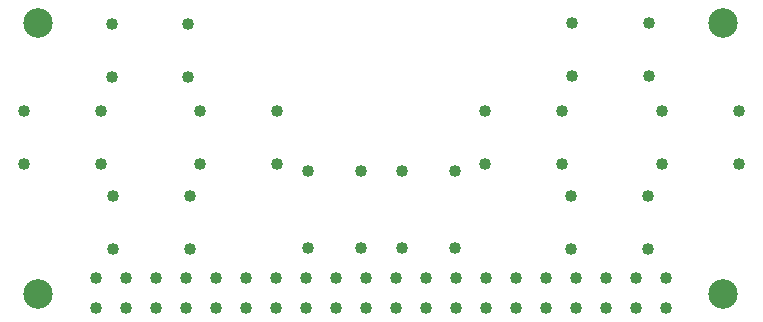
<source format=gbr>
G04 PROTEUS GERBER X2 FILE*
%TF.GenerationSoftware,Labcenter,Proteus,8.5-SP0-Build22067*%
%TF.CreationDate,2018-10-08T15:20:44+00:00*%
%TF.FileFunction,Plated,1,16,PTH*%
%TF.FilePolarity,Positive*%
%TF.Part,Single*%
%FSLAX45Y45*%
%MOMM*%
G01*
%TA.AperFunction,ComponentDrill*%
%ADD15C,2.499360*%
%ADD16C,1.016000*%
D15*
X+350000Y+2650000D03*
X+350000Y+350000D03*
X+6150000Y+350000D03*
X+6150000Y+2650000D03*
D16*
X+840000Y+230000D03*
X+1094000Y+230000D03*
X+1348000Y+230000D03*
X+1602000Y+230000D03*
X+1856000Y+230000D03*
X+2110000Y+230000D03*
X+2364000Y+230000D03*
X+2618000Y+230000D03*
X+2872000Y+230000D03*
X+3126000Y+230000D03*
X+3380000Y+230000D03*
X+3634000Y+230000D03*
X+3888000Y+230000D03*
X+4142000Y+230000D03*
X+4396000Y+230000D03*
X+4650000Y+230000D03*
X+4904000Y+230000D03*
X+5158000Y+230000D03*
X+5412000Y+230000D03*
X+5666000Y+230000D03*
X+5666000Y+484000D03*
X+5412000Y+484000D03*
X+5158000Y+484000D03*
X+4904000Y+484000D03*
X+4650000Y+484000D03*
X+4396000Y+484000D03*
X+4142000Y+484000D03*
X+3888000Y+484000D03*
X+3634000Y+484000D03*
X+3380000Y+484000D03*
X+3126000Y+484000D03*
X+2872000Y+484000D03*
X+2618000Y+484000D03*
X+2364000Y+484000D03*
X+2110000Y+484000D03*
X+1856000Y+484000D03*
X+1602000Y+484000D03*
X+1348000Y+484000D03*
X+1094000Y+484000D03*
X+840000Y+484000D03*
X+1720000Y+1900000D03*
X+2370000Y+1900000D03*
X+1720000Y+1450000D03*
X+2370000Y+1450000D03*
X+980000Y+1180000D03*
X+1630000Y+1180000D03*
X+980000Y+730000D03*
X+1630000Y+730000D03*
X+230000Y+1900000D03*
X+880000Y+1900000D03*
X+230000Y+1450000D03*
X+880000Y+1450000D03*
X+970000Y+2640000D03*
X+1620000Y+2640000D03*
X+970000Y+2190000D03*
X+1620000Y+2190000D03*
X+3080000Y+1390000D03*
X+3080000Y+740000D03*
X+2630000Y+1390000D03*
X+2630000Y+740000D03*
X+3880000Y+1390000D03*
X+3880000Y+740000D03*
X+3430000Y+1390000D03*
X+3430000Y+740000D03*
X+4130000Y+1900000D03*
X+4780000Y+1900000D03*
X+4130000Y+1450000D03*
X+4780000Y+1450000D03*
X+4870000Y+2650000D03*
X+5520000Y+2650000D03*
X+4870000Y+2200000D03*
X+5520000Y+2200000D03*
X+5630000Y+1900000D03*
X+6280000Y+1900000D03*
X+5630000Y+1450000D03*
X+6280000Y+1450000D03*
X+4860000Y+1180000D03*
X+5510000Y+1180000D03*
X+4860000Y+730000D03*
X+5510000Y+730000D03*
M02*

</source>
